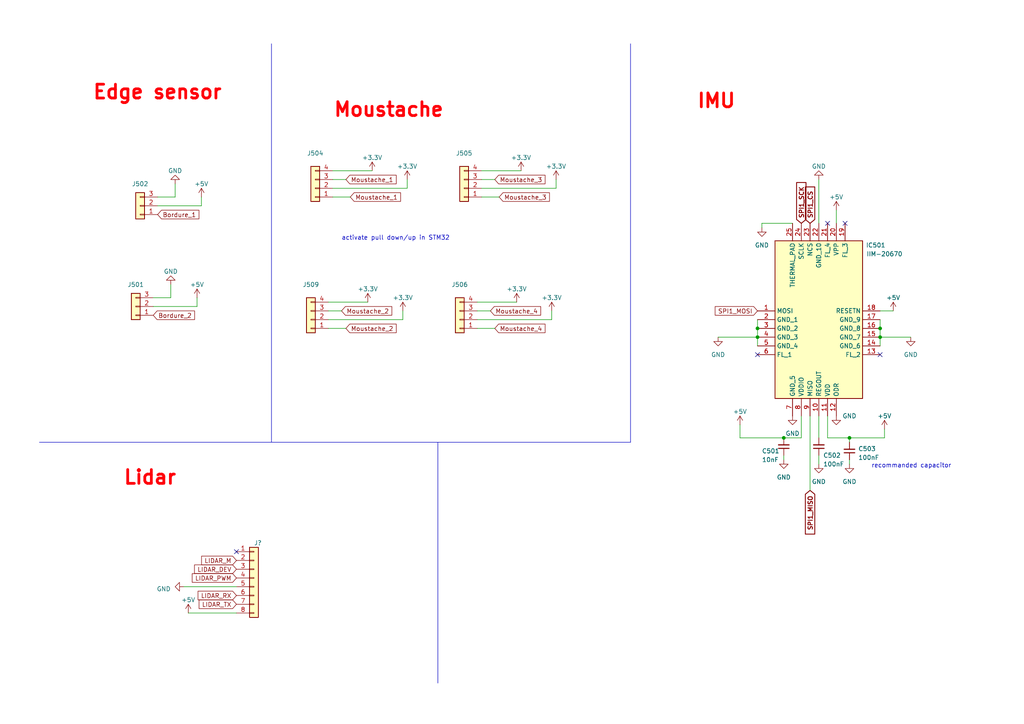
<source format=kicad_sch>
(kicad_sch (version 20230121) (generator eeschema)
  (paper "A4")
  (title_block (title "Carte éléctronique Ludzinator") (date "2023-09-19") (rev "GILLES Baptiste"))
  (lib_symbols
    (symbol "Connector_Generic:Conn_01x03" (pin_names (offset 1.016) hide)
      (property "Reference" "J" (at 0 5.08 0))
      (property "Value" "Conn_01x03" (at 0 -5.08 0))
      (symbol "Conn_01x03_1_1"
        (rectangle (start -1.27 -2.413) (end 0 -2.667) (stroke (width 0.1524)))
        (rectangle (start -1.27 0.127) (end 0 -0.127) (stroke (width 0.1524)))
        (rectangle (start -1.27 2.667) (end 0 2.413) (stroke (width 0.1524)))
        (rectangle (start -1.27 3.81) (end 1.27 -3.81) (stroke (width 0.254)) (fill (type background)))
        (pin passive line (at -5.08 2.54 0) (length 3.81) (name "Pin_1") (number "1"))
        (pin passive line (at -5.08 0 0) (length 3.81) (name "Pin_2") (number "2"))
        (pin passive line (at -5.08 -2.54 0) (length 3.81) (name "Pin_3") (number "3"))
      )
    )
    (symbol "Connector_Generic:Conn_01x04" (pin_names (offset 1.016) hide)
      (property "Reference" "J" (at 0 5.08 0))
      (property "Value" "Conn_01x04" (at 0 -7.62 0))
      (symbol "Conn_01x04_1_1"
        (rectangle (start -1.27 -4.953) (end 0 -5.207) (stroke (width 0.1524)))
        (rectangle (start -1.27 -2.413) (end 0 -2.667) (stroke (width 0.1524)))
        (rectangle (start -1.27 0.127) (end 0 -0.127) (stroke (width 0.1524)))
        (rectangle (start -1.27 2.667) (end 0 2.413) (stroke (width 0.1524)))
        (rectangle (start -1.27 3.81) (end 1.27 -6.35) (stroke (width 0.254)) (fill (type background)))
        (pin passive line (at -5.08 2.54 0) (length 3.81) (name "Pin_1") (number "1"))
        (pin passive line (at -5.08 0 0) (length 3.81) (name "Pin_2") (number "2"))
        (pin passive line (at -5.08 -2.54 0) (length 3.81) (name "Pin_3") (number "3"))
        (pin passive line (at -5.08 -5.08 0) (length 3.81) (name "Pin_4") (number "4"))
      )
    )
    (symbol "Connector_Generic:Conn_01x08" (pin_names (offset 1.016) hide)
      (property "Reference" "J" (at 0 10.16 0))
      (property "Value" "Conn_01x08" (at 0 -12.7 0))
      (symbol "Conn_01x08_1_1"
        (rectangle (start -1.27 -10.033) (end 0 -10.287) (stroke (width 0.1524)))
        (rectangle (start -1.27 -7.493) (end 0 -7.747) (stroke (width 0.1524)))
        (rectangle (start -1.27 -4.953) (end 0 -5.207) (stroke (width 0.1524)))
        (rectangle (start -1.27 -2.413) (end 0 -2.667) (stroke (width 0.1524)))
        (rectangle (start -1.27 0.127) (end 0 -0.127) (stroke (width 0.1524)))
        (rectangle (start -1.27 2.667) (end 0 2.413) (stroke (width 0.1524)))
        (rectangle (start -1.27 5.207) (end 0 4.953) (stroke (width 0.1524)))
        (rectangle (start -1.27 7.747) (end 0 7.493) (stroke (width 0.1524)))
        (rectangle (start -1.27 8.89) (end 1.27 -11.43) (stroke (width 0.254)) (fill (type background)))
        (pin passive line (at -5.08 7.62 0) (length 3.81) (name "Pin_1") (number "1"))
        (pin passive line (at -5.08 5.08 0) (length 3.81) (name "Pin_2") (number "2"))
        (pin passive line (at -5.08 2.54 0) (length 3.81) (name "Pin_3") (number "3"))
        (pin passive line (at -5.08 0 0) (length 3.81) (name "Pin_4") (number "4"))
        (pin passive line (at -5.08 -2.54 0) (length 3.81) (name "Pin_5") (number "5"))
        (pin passive line (at -5.08 -5.08 0) (length 3.81) (name "Pin_6") (number "6"))
        (pin passive line (at -5.08 -7.62 0) (length 3.81) (name "Pin_7") (number "7"))
        (pin passive line (at -5.08 -10.16 0) (length 3.81) (name "Pin_8") (number "8"))
      )
    )
    (symbol "Device:C_Small" (pin_numbers hide) (pin_names (offset 0.254) hide)
      (property "Reference" "C" (at 0.254 1.778 0))
      (property "Value" "C_Small" (at 0.254 -2.032 0))
      (symbol "C_Small_0_1"
        (polyline (pts (xy -1.524 -0.508) (xy 1.524 -0.508)) (stroke (width 0.3302)))
        (polyline (pts (xy -1.524 0.508) (xy 1.524 0.508)) (stroke (width 0.3048)))
      )
      (symbol "C_Small_1_1"
        (pin passive line (at 0 2.54 270) (length 2.032) (name "~") (number "1"))
        (pin passive line (at 0 -2.54 90) (length 2.032) (name "~") (number "2"))
      )
    )
    (symbol "Ludzlib:IIM-20670"
      (property "Reference" "IC" (at 31.75 25.4 0))
      (property "Value" "IIM-20670" (at 31.75 22.86 0))
      (symbol "IIM-20670_1_1"
        (rectangle (start 5.08 20.32) (end 30.48 -25.4) (stroke (width 0.254)) (fill (type background)))
        (pin passive line (at 0 0 0) (length 5.08) (name "MOSI") (number "1"))
        (pin passive line (at 17.78 -30.48 90) (length 5.08) (name "REGOUT") (number "10"))
        (pin passive line (at 20.32 -30.48 90) (length 5.08) (name "VDD") (number "11"))
        (pin passive line (at 22.86 -30.48 90) (length 5.08) (name "ODR") (number "12"))
        (pin passive line (at 35.56 -12.7 180) (length 5.08) (name "FL_2") (number "13"))
        (pin passive line (at 35.56 -10.16 180) (length 5.08) (name "GND_6") (number "14"))
        (pin passive line (at 35.56 -7.62 180) (length 5.08) (name "GND_7") (number "15"))
        (pin passive line (at 35.56 -5.08 180) (length 5.08) (name "GND_8") (number "16"))
        (pin passive line (at 35.56 -2.54 180) (length 5.08) (name "GND_9") (number "17"))
        (pin passive line (at 35.56 0 180) (length 5.08) (name "RESETN") (number "18"))
        (pin passive line (at 25.4 25.4 270) (length 5.08) (name "FL_3") (number "19"))
        (pin passive line (at 0 -2.54 0) (length 5.08) (name "GND_1") (number "2"))
        (pin passive line (at 22.86 25.4 270) (length 5.08) (name "VPP") (number "20"))
        (pin passive line (at 20.32 25.4 270) (length 5.08) (name "FL_4") (number "21"))
        (pin passive line (at 17.78 25.4 270) (length 5.08) (name "GND_10") (number "22"))
        (pin passive line (at 15.24 25.4 270) (length 5.08) (name "NCS") (number "23"))
        (pin passive line (at 12.7 25.4 270) (length 5.08) (name "SCLK") (number "24"))
        (pin passive line (at 10.16 25.4 270) (length 5.08) (name "THERMAL_PAD") (number "25"))
        (pin passive line (at 0 -5.08 0) (length 5.08) (name "GND_2") (number "3"))
        (pin passive line (at 0 -7.62 0) (length 5.08) (name "GND_3") (number "4"))
        (pin passive line (at 0 -10.16 0) (length 5.08) (name "GND_4") (number "5"))
        (pin passive line (at 0 -12.7 0) (length 5.08) (name "FL_1") (number "6"))
        (pin passive line (at 10.16 -30.48 90) (length 5.08) (name "GND_5") (number "7"))
        (pin passive line (at 12.7 -30.48 90) (length 5.08) (name "VDDIO") (number "8"))
        (pin passive line (at 15.24 -30.48 90) (length 5.08) (name "MISO") (number "9"))
      )
    )
    (symbol "power:+3.3V" (power) (pin_names (offset 0))
      (property "Value" "+3.3V" (at 0 3.556 0))
      (symbol "+3.3V_0_1"
        (polyline (pts (xy -0.762 1.27) (xy 0 2.54)))
        (polyline (pts (xy 0 0) (xy 0 2.54)))
        (polyline (pts (xy 0 2.54) (xy 0.762 1.27)))
      )
      (symbol "+3.3V_1_1"
        (pin power_in line (at 0 0 90) (length 0) hide (name "+3.3V") (number "1"))
      )
    )
    (symbol "power:+5V" (power) (pin_names (offset 0))
      (property "Value" "+5V" (at 0 3.556 0))
      (symbol "+5V_0_1"
        (polyline (pts (xy -0.762 1.27) (xy 0 2.54)))
        (polyline (pts (xy 0 0) (xy 0 2.54)))
        (polyline (pts (xy 0 2.54) (xy 0.762 1.27)))
      )
      (symbol "+5V_1_1"
        (pin power_in line (at 0 0 90) (length 0) hide (name "+5V") (number "1"))
      )
    )
    (symbol "power:GND" (power) (pin_names (offset 0))
      (property "Value" "GND" (at 0 -3.81 0))
      (symbol "GND_0_1"
        (polyline (pts (xy 0 0) (xy 0 -1.27) (xy 1.27 -1.27) (xy 0 -2.54) (xy -1.27 -1.27) (xy 0 -1.27)))
      )
      (symbol "GND_1_1"
        (pin power_in line (at 0 0 270) (length 0) hide (name "GND") (number "1"))
      )
    )
  )
  (junction (at 255.27 97.79))
  (junction (at 246.38 127))
  (junction (at 219.71 95.25))
  (junction (at 227.33 127))
  (junction (at 255.27 95.25))
  (junction (at 219.71 97.79))
  (no_connect (at 255.27 102.87))
  (no_connect (at 219.71 102.87))
  (no_connect (at 68.58 160.02))
  (no_connect (at 245.11 64.77))
  (no_connect (at 240.03 64.77))
  (wire (pts (xy 160.02 92.71) (xy 160.02 90.17)))
  (wire (pts (xy 246.38 127) (xy 256.54 127)))
  (wire (pts (xy 139.7 52.07) (xy 143.51 52.07)))
  (wire (pts (xy 229.87 64.77) (xy 220.98 64.77)))
  (wire (pts (xy 138.43 95.25) (xy 143.51 95.25)))
  (wire (pts (xy 240.03 127) (xy 240.03 120.65)))
  (wire (pts (xy 45.72 59.69) (xy 58.42 59.69)))
  (wire (pts (xy 44.45 88.9) (xy 57.15 88.9)))
  (wire (pts (xy 45.72 57.15) (xy 50.8 57.15)))
  (wire (pts (xy 214.63 127) (xy 227.33 127)))
  (wire (pts (xy 227.33 133.35) (xy 227.33 132.08)))
  (wire (pts (xy 139.7 57.15) (xy 144.78 57.15)))
  (wire (pts (xy 255.27 92.71) (xy 255.27 95.25)))
  (wire (pts (xy 58.42 57.15) (xy 58.42 59.69)))
  (wire (pts (xy 138.43 87.63) (xy 149.86 87.63)))
  (wire (pts (xy 53.34 170.18) (xy 68.58 170.18)))
  (wire (pts (xy 118.11 54.61) (xy 118.11 52.07)))
  (wire (pts (xy 219.71 92.71) (xy 219.71 95.25)))
  (wire (pts (xy 96.52 49.53) (xy 107.95 49.53)))
  (wire (pts (xy 50.8 53.34) (xy 50.8 57.15)))
  (wire (pts (xy 161.29 54.61) (xy 161.29 52.07)))
  (wire (pts (xy 237.49 120.65) (xy 237.49 127)))
  (wire (pts (xy 234.95 120.65) (xy 234.95 142.24)))
  (wire (pts (xy 246.38 127) (xy 240.03 127)))
  (polyline (pts (xy 127 128.27) (xy 127 198.12)))
  (wire (pts (xy 255.27 97.79) (xy 264.16 97.79)))
  (wire (pts (xy 54.61 177.8) (xy 68.58 177.8)))
  (wire (pts (xy 96.52 54.61) (xy 118.11 54.61)))
  (wire (pts (xy 220.98 64.77) (xy 220.98 66.04)))
  (wire (pts (xy 227.33 127) (xy 232.41 127)))
  (polyline (pts (xy 182.88 128.27) (xy 127 128.27)))
  (wire (pts (xy 139.7 49.53) (xy 151.13 49.53)))
  (wire (pts (xy 96.52 57.15) (xy 101.6 57.15)))
  (wire (pts (xy 255.27 95.25) (xy 255.27 97.79)))
  (wire (pts (xy 255.27 90.17) (xy 259.08 90.17)))
  (wire (pts (xy 95.25 95.25) (xy 100.33 95.25)))
  (polyline (pts (xy 78.74 12.7) (xy 78.74 128.27)))
  (wire (pts (xy 44.45 86.36) (xy 49.53 86.36)))
  (wire (pts (xy 96.52 52.07) (xy 100.33 52.07)))
  (polyline (pts (xy 182.88 12.7) (xy 182.88 128.27)))
  (wire (pts (xy 214.63 123.19) (xy 214.63 127)))
  (wire (pts (xy 95.25 87.63) (xy 106.68 87.63)))
  (wire (pts (xy 57.15 86.36) (xy 57.15 88.9)))
  (wire (pts (xy 237.49 134.62) (xy 237.49 132.08)))
  (wire (pts (xy 95.25 90.17) (xy 99.06 90.17)))
  (wire (pts (xy 246.38 127) (xy 246.38 128.27)))
  (wire (pts (xy 95.25 92.71) (xy 116.84 92.71)))
  (wire (pts (xy 246.38 134.62) (xy 246.38 133.35)))
  (wire (pts (xy 138.43 92.71) (xy 160.02 92.71)))
  (wire (pts (xy 232.41 127) (xy 232.41 120.65)))
  (wire (pts (xy 138.43 90.17) (xy 142.24 90.17)))
  (wire (pts (xy 208.28 97.79) (xy 219.71 97.79)))
  (wire (pts (xy 256.54 124.46) (xy 256.54 127)))
  (wire (pts (xy 116.84 92.71) (xy 116.84 90.17)))
  (wire (pts (xy 255.27 97.79) (xy 255.27 100.33)))
  (wire (pts (xy 49.53 82.55) (xy 49.53 86.36)))
  (polyline (pts (xy 11.43 128.27) (xy 127 128.27)))
  (wire (pts (xy 219.71 95.25) (xy 219.71 97.79)))
  (wire (pts (xy 242.57 60.96) (xy 242.57 64.77)))
  (wire (pts (xy 139.7 54.61) (xy 161.29 54.61)))
  (wire (pts (xy 237.49 52.07) (xy 237.49 64.77)))
  (wire (pts (xy 219.71 97.79) (xy 219.71 100.33)))
  (text "Edge sensor\n" (at 26.67 29.21 0) (effects (font (size 4 4) (thickness 0.8) bold) (justify left bottom)))
  (text "activate pull down/up in STM32\n" (at 99.06 69.85 0) (effects (font (size 1.27 1.27)) (justify left bottom)))
  (text "Lidar" (at 35.56 140.97 0) (effects (font (size 4 4) (thickness 0.8) bold) (justify left bottom)))
  (text "Moustache\n" (at 96.52 34.29 0) (effects (font (size 4 4) (thickness 0.8) bold) (justify left bottom)))
  (text "IMU" (at 201.93 31.75 0) (effects (font (size 4 4) bold) (justify left bottom)))
  (text "recommanded capacitor\n" (at 252.73 135.89 0) (effects (font (size 1.27 1.27)) (justify left bottom)))
  (global_label "Moustache_2" (shape input) (at 99.06 90.17 0) (property "Intersheetrefs" "${INTERSHEET_REFS}" (effects hide)))
  (global_label "Moustache_3" (shape input) (at 144.78 57.15 0) (property "Intersheetrefs" "${INTERSHEET_REFS}" (effects hide)))
  (global_label "LIDAR_PWM" (shape input) (at 68.58 167.64 180) (property "Intersheetrefs" "${INTERSHEET_REFS}" (effects hide)))
  (global_label "Moustache_1" (shape input) (at 100.33 52.07 0) (property "Intersheetrefs" "${INTERSHEET_REFS}" (effects hide)))
  (global_label "LIDAR_M" (shape input) (at 68.58 162.56 180) (property "Intersheetrefs" "${INTERSHEET_REFS}" (effects hide)))
  (global_label "Moustache_4" (shape input) (at 143.51 95.25 0) (property "Intersheetrefs" "${INTERSHEET_REFS}" (effects hide)))
  (global_label "Moustache_3" (shape input) (at 143.51 52.07 0) (property "Intersheetrefs" "${INTERSHEET_REFS}" (effects hide)))
  (global_label "SPI1_MOSI" (shape input) (at 219.71 90.17 180) (property "Intersheetrefs" "${INTERSHEET_REFS}" (effects hide)))
  (global_label "SPI1_CS" (shape input) (at 234.95 64.77 90) (effects (font bold)) (property "Intersheetrefs" "${INTERSHEET_REFS}" (effects hide)))
  (global_label "Bordure_2" (shape input) (at 44.45 91.44 0) (property "Intersheetrefs" "${INTERSHEET_REFS}" (effects hide)))
  (global_label "Moustache_4" (shape input) (at 142.24 90.17 0) (property "Intersheetrefs" "${INTERSHEET_REFS}" (effects hide)))
  (global_label "SPI1_SCK" (shape input) (at 232.41 64.77 90) (effects (font (thickness 0.254) bold)) (property "Intersheetrefs" "${INTERSHEET_REFS}" (effects hide)))
  (global_label "Moustache_2" (shape input) (at 100.33 95.25 0) (property "Intersheetrefs" "${INTERSHEET_REFS}" (effects hide)))
  (global_label "SPI1_MISO" (shape input) (at 234.95 142.24 270) (effects (font bold)) (property "Intersheetrefs" "${INTERSHEET_REFS}" (effects hide)))
  (global_label "LIDAR_RX" (shape input) (at 68.58 172.72 180) (property "Intersheetrefs" "${INTERSHEET_REFS}" (effects hide)))
  (global_label "Bordure_1" (shape input) (at 45.72 62.23 0) (property "Intersheetrefs" "${INTERSHEET_REFS}" (effects hide)))
  (global_label "Moustache_1" (shape input) (at 101.6 57.15 0) (property "Intersheetrefs" "${INTERSHEET_REFS}" (effects hide)))
  (global_label "LIDAR_TX" (shape input) (at 68.58 175.26 180) (property "Intersheetrefs" "${INTERSHEET_REFS}" (effects hide)))
  (global_label "LIDAR_DEV" (shape input) (at 68.58 165.1 180) (property "Intersheetrefs" "${INTERSHEET_REFS}" (effects hide)))
  (symbol (lib_id "Connector_Generic:Conn_01x04") (at 90.17 92.71 180) (unit 1)
    (property "Reference" "J509" (at 90.17 82.55 0))
    (property "Value" "Conn_01x04" (effects hide))
    (property "Footprint" "Connector_JST:JST_XH_S4B-XH-A_1x04_P2.50mm_Horizontal" (effects hide))
  )
  (symbol (lib_id "power:GND") (at 53.34 170.18 270) (unit 1)
    (property "Reference" "#PWR?" (effects hide))
    (property "Value" "GND" (at 49.53 170.815 90) (effects (justify right)))
    (instances (project "Kyttiludzinator" (path "" (reference "#PWR?") (unit 1)) (path "" (reference "#PWR0503") (unit 1))))
  )
  (symbol (lib_id "power:+3.3V") (at 116.84 90.17 0) (unit 1)
    (property "Reference" "#PWR?" (effects hide))
    (property "Value" "+3.3V" (at 116.84 86.36 0))
    (instances (project "MoteurProjet" (path "" (reference "#PWR?") (unit 1))) (project "Kyttiludzinator" (path "" (reference "#PWR0525") (unit 1))))
  )
  (symbol (lib_id "power:+5V") (at 214.63 123.19 0) (unit 1)
    (property "Reference" "#PWR0512" (effects hide))
    (property "Value" "+5V" (at 214.63 119.38 0))
  )
  (symbol (lib_id "power:+5V") (at 54.61 177.8 0) (unit 1)
    (property "Reference" "#PWR?" (effects hide))
    (property "Value" "+5V" (at 54.61 173.99 0))
    (instances (project "Kyttiludzinator" (path "" (reference "#PWR?") (unit 1)) (path "" (reference "#PWR0504") (unit 1))))
  )
  (symbol (lib_id "power:+5V") (at 256.54 124.46 0) (unit 1)
    (property "Reference" "#PWR0521" (effects hide))
    (property "Value" "+5V" (at 256.54 120.65 0))
  )
  (symbol (lib_id "power:GND") (at 227.33 133.35 0) (unit 1)
    (property "Reference" "#PWR0514" (effects hide))
    (property "Value" "GND" (at 227.33 138.43 0))
  )
  (symbol (lib_id "power:+3.3V") (at 107.95 49.53 0) (unit 1)
    (property "Reference" "#PWR?" (effects hide))
    (property "Value" "+3.3V" (at 107.95 45.72 0))
    (instances (project "MoteurProjet" (path "" (reference "#PWR?") (unit 1))) (project "Kyttiludzinator" (path "" (reference "#PWR0507") (unit 1))))
  )
  (symbol (lib_id "Device:C_Small") (at 246.38 130.81 180) (unit 1)
    (property "Reference" "C503" (at 248.92 130.1686 0) (effects (justify right)))
    (property "Value" "100nF" (at 248.92 132.7086 0) (effects (justify right)))
    (property "Footprint" "Capacitor_SMD:C_0603_1608Metric_Pad1.08x0.95mm_HandSolder" (effects hide))
  )
  (symbol (lib_id "power:+5V") (at 259.08 90.17 0) (unit 1)
    (property "Reference" "#PWR0522" (effects hide))
    (property "Value" "+5V" (at 259.08 86.36 0))
  )
  (symbol (lib_id "power:GND") (at 246.38 134.62 0) (unit 1)
    (property "Reference" "#PWR0520" (effects hide))
    (property "Value" "GND" (at 246.38 139.7 0))
  )
  (symbol (lib_id "Device:C_Small") (at 227.33 129.54 180) (unit 1)
    (property "Reference" "C501" (at 220.98 130.81 0) (effects (justify right)))
    (property "Value" "10nF" (at 220.98 133.35 0) (effects (justify right)))
    (property "Footprint" "Capacitor_SMD:C_0603_1608Metric_Pad1.08x0.95mm_HandSolder" (effects hide))
  )
  (symbol (lib_id "Connector_Generic:Conn_01x04") (at 133.35 92.71 180) (unit 1)
    (property "Reference" "J506" (at 133.35 82.55 0))
    (property "Value" "Conn_01x04" (effects hide))
    (property "Footprint" "Connector_JST:JST_XH_S4B-XH-A_1x04_P2.50mm_Horizontal" (effects hide))
  )
  (symbol (lib_id "power:GND") (at 242.57 120.65 0) (unit 1)
    (property "Reference" "#PWR0519" (effects hide))
    (property "Value" "GND" (at 246.38 120.65 0))
  )
  (symbol (lib_id "power:GND") (at 50.8 53.34 180) (unit 1)
    (property "Reference" "#PWR0502" (effects hide))
    (property "Value" "GND" (at 50.8 49.53 0))
  )
  (symbol (lib_id "power:+5V") (at 242.57 60.96 0) (unit 1)
    (property "Reference" "#PWR0518" (effects hide))
    (property "Value" "+5V" (at 242.57 57.15 0))
  )
  (symbol (lib_id "power:+3.3V") (at 151.13 49.53 0) (unit 1)
    (property "Reference" "#PWR?" (effects hide))
    (property "Value" "+3.3V" (at 151.13 45.72 0))
    (instances (project "MoteurProjet" (path "" (reference "#PWR?") (unit 1))) (project "Kyttiludzinator" (path "" (reference "#PWR0509") (unit 1))))
  )
  (symbol (lib_id "Device:C_Small") (at 237.49 129.54 180) (unit 1)
    (property "Reference" "C502" (at 238.76 132.08 0) (effects (justify right)))
    (property "Value" "100nF" (at 238.76 134.62 0) (effects (justify right)))
    (property "Footprint" "Capacitor_SMD:C_0603_1608Metric_Pad1.08x0.95mm_HandSolder" (effects hide))
  )
  (symbol (lib_id "Connector_Generic:Conn_01x08") (at 73.66 167.64 0) (unit 1)
    (property "Reference" "J?" (at 73.66 157.48 0) (effects (justify left)))
    (property "Value" "Conn_01x08" (effects hide))
    (property "Footprint" "Connector_JST:JST_XH_S8B-XH-A_1x08_P2.50mm_Horizontal" (effects hide))
    (instances (project "Kyttiludzinator" (path "" (reference "J?") (unit 1)) (path "" (reference "J503") (unit 1))))
  )
  (symbol (lib_id "power:+3.3V") (at 118.11 52.07 0) (unit 1)
    (property "Reference" "#PWR?" (effects hide))
    (property "Value" "+3.3V" (at 118.11 48.26 0))
    (instances (project "MoteurProjet" (path "" (reference "#PWR?") (unit 1))) (project "Kyttiludzinator" (path "" (reference "#PWR0508") (unit 1))))
  )
  (symbol (lib_id "Connector_Generic:Conn_01x04") (at 91.44 54.61 180) (unit 1)
    (property "Reference" "J504" (at 91.44 44.45 0))
    (property "Value" "Conn_01x04" (effects hide))
    (property "Footprint" "Connector_JST:JST_XH_S4B-XH-A_1x04_P2.50mm_Horizontal" (effects hide))
  )
  (symbol (lib_id "power:GND") (at 220.98 66.04 0) (unit 1)
    (property "Reference" "#PWR0513" (effects hide))
    (property "Value" "GND" (at 220.98 71.12 0))
  )
  (symbol (lib_id "power:+5V") (at 57.15 86.36 0) (unit 1)
    (property "Reference" "#PWR0505" (effects hide))
    (property "Value" "+5V" (at 57.15 82.55 0))
  )
  (symbol (lib_id "Connector_Generic:Conn_01x03") (at 40.64 59.69 180) (unit 1)
    (property "Reference" "J502" (at 40.64 53.34 0))
    (property "Value" "Conn_01x03" (effects hide))
    (property "Footprint" "Connector_JST:JST_XH_S3B-XH-A_1x03_P2.50mm_Horizontal" (effects hide))
  )
  (symbol (lib_id "power:+3.3V") (at 160.02 90.17 0) (unit 1)
    (property "Reference" "#PWR?" (effects hide))
    (property "Value" "+3.3V" (at 160.02 86.36 0))
    (instances (project "MoteurProjet" (path "" (reference "#PWR?") (unit 1))) (project "Kyttiludzinator" (path "" (reference "#PWR0527") (unit 1))))
  )
  (symbol (lib_id "power:GND") (at 264.16 97.79 0) (unit 1)
    (property "Reference" "#PWR0523" (effects hide))
    (property "Value" "GND" (at 264.16 102.87 0))
  )
  (symbol (lib_id "power:GND") (at 237.49 134.62 0) (unit 1)
    (property "Reference" "#PWR0517" (effects hide))
    (property "Value" "GND" (at 237.49 139.7 0))
  )
  (symbol (lib_id "power:+3.3V") (at 106.68 87.63 0) (unit 1)
    (property "Reference" "#PWR?" (effects hide))
    (property "Value" "+3.3V" (at 106.68 83.82 0))
    (instances (project "MoteurProjet" (path "" (reference "#PWR?") (unit 1))) (project "Kyttiludzinator" (path "" (reference "#PWR0524") (unit 1))))
  )
  (symbol (lib_id "Ludzlib:IIM-20670") (at 219.71 90.17 0) (unit 1)
    (property "Reference" "IC501" (at 254 71.12 0))
    (property "Value" "IIM-20670" (at 256.54 73.66 0))
    (property "Footprint" "Library:IMU" (effects hide))
    (property "Datasheet" "https://invensense.tdk.com/download-pdf/iim-20670-product-brief/" (effects hide))
    (property "Height" "1.15" (effects hide))
    (property "Mouser Part Number" " 410-IIM-20670 " (effects hide))
    (property "Mouser Price/Stock" "https://www.mouser.fr/ProductDetail/TDK-InvenSense/IIM-20670?qs=ulEaXIWI0c%2FscJ45WWXvmA%3D%3D#" (effects hide))
    (property "Manufacturer_Name" "TDK" (effects hide))
    (property "Manufacturer_Part_Number" "IIM-20670" (effects hide))
  )
  (symbol (lib_id "power:GND") (at 208.28 97.79 0) (unit 1)
    (property "Reference" "#PWR0511" (effects hide))
    (property "Value" "GND" (at 208.28 102.87 0))
  )
  (symbol (lib_id "power:GND") (at 229.87 120.65 0) (unit 1)
    (property "Reference" "#PWR0515" (effects hide))
    (property "Value" "GND" (at 229.87 125.73 0))
  )
  (symbol (lib_id "power:+5V") (at 58.42 57.15 0) (unit 1)
    (property "Reference" "#PWR0506" (effects hide))
    (property "Value" "+5V" (at 58.42 53.34 0))
  )
  (symbol (lib_id "power:GND") (at 49.53 82.55 180) (unit 1)
    (property "Reference" "#PWR0501" (effects hide))
    (property "Value" "GND" (at 49.53 78.74 0))
  )
  (symbol (lib_id "Connector_Generic:Conn_01x04") (at 134.62 54.61 180) (unit 1)
    (property "Reference" "J505" (at 134.62 44.45 0))
    (property "Value" "Conn_01x04" (effects hide))
    (property "Footprint" "Connector_JST:JST_XH_S4B-XH-A_1x04_P2.50mm_Horizontal" (effects hide))
  )
  (symbol (lib_id "power:+3.3V") (at 161.29 52.07 0) (unit 1)
    (property "Reference" "#PWR?" (effects hide))
    (property "Value" "+3.3V" (at 161.29 48.26 0))
    (instances (project "MoteurProjet" (path "" (reference "#PWR?") (unit 1))) (project "Kyttiludzinator" (path "" (reference "#PWR0526") (unit 1))))
  )
  (symbol (lib_id "power:+3.3V") (at 149.86 87.63 0) (unit 1)
    (property "Reference" "#PWR?" (effects hide))
    (property "Value" "+3.3V" (at 149.86 83.82 0))
    (instances (project "MoteurProjet" (path "" (reference "#PWR?") (unit 1))) (project "Kyttiludzinator" (path "" (reference "#PWR0510") (unit 1))))
  )
  (symbol (lib_id "Connector_Generic:Conn_01x03") (at 39.37 88.9 180) (unit 1)
    (property "Reference" "J501" (at 39.37 82.55 0))
    (property "Value" "Conn_01x03" (effects hide))
    (property "Footprint" "Connector_JST:JST_XH_S3B-XH-A_1x03_P2.50mm_Horizontal" (effects hide))
  )
  (symbol (lib_id "power:GND") (at 237.49 52.07 180) (unit 1)
    (property "Reference" "#PWR0516" (effects hide))
    (property "Value" "GND" (at 237.49 48.26 0))
  )
)
</source>
